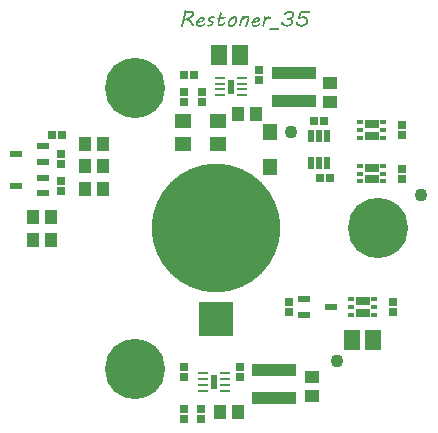
<source format=gbr>
G04 Layer_Color=8388736*
%FSLAX25Y25*%
%MOIN*%
%TF.FileFunction,Soldermask,Top*%
%TF.Part,Single*%
G01*
G75*
%ADD50R,0.11811X0.11811*%
%TA.AperFunction,SMDPad*%
%ADD51R,0.04461X0.04658*%
%TA.AperFunction,SMDPad*%
%ADD52R,0.02959X0.02762*%
%TA.AperFunction,SMDPad*%
%ADD53R,0.03937X0.01969*%
%TA.AperFunction,SMDPad*%
%ADD54R,0.02762X0.02959*%
%TA.AperFunction,SMDPad*%
%ADD55R,0.05721X0.04737*%
%TA.AperFunction,SMDPad*%
%ADD56R,0.04737X0.05721*%
%TA.AperFunction,SMDPad*%
%ADD57R,0.01969X0.03937*%
%TA.AperFunction,SMDPad*%
%ADD58R,0.02186X0.01614*%
%TA.AperFunction,SMDPad*%
%ADD59R,0.04567X0.02992*%
%TA.AperFunction,SMDPad*%
%ADD60R,0.05367X0.06587*%
%TA.AperFunction,SMDPad*%
%ADD61R,0.03228X0.01063*%
%TA.AperFunction,SMDPad*%
%ADD62R,0.02441X0.04803*%
%TA.AperFunction,SMDPad*%
%ADD63R,0.04658X0.04461*%
%TA.AperFunction,SMDPad*%
%ADD64R,0.14961X0.04252*%
%TA.AperFunction,ConnectorPad*%
%ADD65C,0.04331*%
%TA.AperFunction,ConnectorPad*%
%ADD66C,0.42913*%
%TA.AperFunction,ConnectorPad*%
%ADD67C,0.20079*%
G36*
X100109Y156681D02*
X100227Y156666D01*
X100345Y156637D01*
X100352D01*
X100374Y156629D01*
X100396Y156614D01*
X100433Y156600D01*
X100514Y156555D01*
X100596Y156496D01*
X100603Y156489D01*
X100610Y156482D01*
X100655Y156437D01*
X100699Y156371D01*
X100743Y156282D01*
Y156275D01*
X100751Y156260D01*
X100758Y156238D01*
X100773Y156209D01*
X100788Y156120D01*
X100795Y156017D01*
Y156009D01*
Y155994D01*
Y155972D01*
Y155943D01*
X100780Y155869D01*
X100765Y155788D01*
Y155780D01*
X100758Y155751D01*
X100743Y155714D01*
X100721Y155670D01*
X100699Y155611D01*
X100662Y155552D01*
X100625Y155493D01*
X100574Y155434D01*
X100566Y155426D01*
X100551Y155411D01*
X100522Y155382D01*
X100485Y155345D01*
X100441Y155301D01*
X100382Y155256D01*
X100256Y155168D01*
X100249Y155160D01*
X100227Y155153D01*
X100190Y155131D01*
X100138Y155102D01*
X100079Y155072D01*
X100013Y155042D01*
X99858Y154983D01*
X99850D01*
X99821Y154969D01*
X99777Y154954D01*
X99725Y154939D01*
X99658Y154917D01*
X99585Y154902D01*
X99422Y154858D01*
X99415D01*
X99385Y154850D01*
X99341Y154843D01*
X99289Y154828D01*
X99230Y154814D01*
X99157Y154799D01*
X99009Y154777D01*
X98980D01*
X98935Y154769D01*
X98891Y154762D01*
X98780Y154755D01*
X98662Y154740D01*
X98655Y154733D01*
X98647Y154696D01*
X98625Y154644D01*
X98603Y154578D01*
Y154570D01*
Y154563D01*
X98596Y154518D01*
X98588Y154459D01*
X98581Y154386D01*
Y154378D01*
Y154349D01*
X98588Y154312D01*
X98603Y154268D01*
X98618Y154216D01*
X98647Y154164D01*
X98692Y154113D01*
X98743Y154061D01*
X98751Y154053D01*
X98773Y154046D01*
X98810Y154024D01*
X98861Y154009D01*
X98928Y153987D01*
X99009Y153965D01*
X99098Y153958D01*
X99201Y153950D01*
X99260D01*
X99304Y153958D01*
X99408Y153965D01*
X99526Y153987D01*
X99533D01*
X99555Y153995D01*
X99585Y154002D01*
X99621Y154017D01*
X99710Y154046D01*
X99813Y154083D01*
X99821D01*
X99835Y154090D01*
X99865Y154105D01*
X99902Y154120D01*
X99983Y154164D01*
X100072Y154209D01*
X100079D01*
X100094Y154223D01*
X100116Y154238D01*
X100145Y154253D01*
X100219Y154297D01*
X100293Y154349D01*
X100301Y154356D01*
X100315Y154364D01*
X100345Y154378D01*
X100374Y154400D01*
X100455Y154452D01*
X100537Y154496D01*
X100544D01*
X100559Y154504D01*
X100581Y154518D01*
X100610Y154526D01*
X100677Y154548D01*
X100751Y154555D01*
X100765D01*
X100795Y154548D01*
X100832Y154541D01*
X100861Y154511D01*
X100869Y154504D01*
X100876Y154481D01*
X100883Y154452D01*
Y154415D01*
Y154408D01*
Y154400D01*
Y154356D01*
Y154341D01*
Y154319D01*
Y154312D01*
X100876Y154304D01*
X100869Y154260D01*
X100847Y154201D01*
X100810Y154127D01*
Y154120D01*
X100802Y154113D01*
X100773Y154076D01*
X100728Y154024D01*
X100670Y153972D01*
X100662D01*
X100655Y153958D01*
X100633Y153943D01*
X100603Y153928D01*
X100529Y153869D01*
X100433Y153810D01*
X100323Y153744D01*
X100190Y153670D01*
X100057Y153603D01*
X99909Y153552D01*
X99902D01*
X99895Y153544D01*
X99872D01*
X99843Y153537D01*
X99762Y153515D01*
X99658Y153493D01*
X99533Y153471D01*
X99393Y153456D01*
X99238Y153441D01*
X99075Y153434D01*
X99016D01*
X98950Y153441D01*
X98869Y153448D01*
X98847D01*
X98825Y153456D01*
X98795D01*
X98721Y153471D01*
X98633Y153485D01*
X98625D01*
X98611Y153493D01*
X98588D01*
X98551Y153507D01*
X98478Y153530D01*
X98382Y153566D01*
X98374D01*
X98360Y153581D01*
X98337Y153596D01*
X98308Y153611D01*
X98242Y153662D01*
X98168Y153729D01*
X98160Y153736D01*
X98153Y153751D01*
X98131Y153773D01*
X98116Y153803D01*
X98064Y153876D01*
X98013Y153980D01*
Y153987D01*
X98005Y154009D01*
X97998Y154039D01*
X97983Y154083D01*
X97976Y154135D01*
X97961Y154194D01*
X97954Y154260D01*
Y154334D01*
Y154341D01*
Y154364D01*
Y154400D01*
X97961Y154445D01*
Y154504D01*
X97976Y154563D01*
X97998Y154710D01*
X97991D01*
X97968Y154718D01*
X97939Y154733D01*
X97909Y154755D01*
X97902Y154762D01*
X97895Y154784D01*
X97880Y154828D01*
X97873Y154880D01*
Y154887D01*
Y154910D01*
X97880Y154932D01*
Y154969D01*
X97909Y155057D01*
X97924Y155102D01*
X97954Y155138D01*
X97961Y155146D01*
X97968Y155153D01*
X98013Y155197D01*
X98079Y155242D01*
X98123Y155264D01*
X98168Y155279D01*
Y155286D01*
X98175Y155293D01*
X98197Y155338D01*
X98242Y155404D01*
X98293Y155493D01*
X98300Y155500D01*
X98308Y155515D01*
X98323Y155544D01*
X98352Y155581D01*
X98411Y155670D01*
X98492Y155780D01*
X98500Y155788D01*
X98514Y155810D01*
X98544Y155840D01*
X98574Y155884D01*
X98662Y155980D01*
X98773Y156098D01*
X98780Y156105D01*
X98802Y156127D01*
X98832Y156157D01*
X98876Y156194D01*
X98920Y156238D01*
X98980Y156290D01*
X99112Y156393D01*
X99120Y156400D01*
X99149Y156415D01*
X99186Y156437D01*
X99238Y156467D01*
X99297Y156504D01*
X99363Y156541D01*
X99518Y156607D01*
X99526Y156614D01*
X99555Y156622D01*
X99599Y156637D01*
X99658Y156651D01*
X99732Y156666D01*
X99806Y156673D01*
X99895Y156688D01*
X100057D01*
X100109Y156681D01*
D02*
G37*
G36*
X76065Y158887D02*
X76116Y158880D01*
X76131D01*
X76168Y158873D01*
X76219Y158858D01*
X76271Y158843D01*
X76279D01*
X76286Y158836D01*
X76323Y158828D01*
X76375Y158814D01*
X76441Y158799D01*
X76456D01*
X76500Y158791D01*
X76552Y158784D01*
X76707D01*
X76758Y158791D01*
X76773D01*
X76803Y158799D01*
X76854D01*
X76913Y158806D01*
X76928D01*
X76972Y158814D01*
X77164D01*
X77201Y158821D01*
X77563D01*
X77659Y158814D01*
X77747D01*
X77836Y158799D01*
X77939Y158784D01*
X77947D01*
X77961Y158777D01*
X77991D01*
X78035Y158769D01*
X78124Y158747D01*
X78234Y158710D01*
X78242D01*
X78264Y158703D01*
X78293Y158695D01*
X78330Y158681D01*
X78419Y158636D01*
X78515Y158577D01*
X78522D01*
X78537Y158563D01*
X78559Y158548D01*
X78596Y158526D01*
X78670Y158459D01*
X78751Y158378D01*
X78758Y158371D01*
X78766Y158356D01*
X78788Y158334D01*
X78810Y158297D01*
X78832Y158253D01*
X78854Y158208D01*
X78899Y158090D01*
X78906Y158076D01*
X78913Y158039D01*
X78928Y157994D01*
X78935Y157935D01*
Y157928D01*
X78943Y157898D01*
Y157854D01*
Y157810D01*
Y157802D01*
Y157773D01*
X78935Y157729D01*
X78928Y157677D01*
X78913Y157611D01*
X78899Y157537D01*
X78869Y157463D01*
X78832Y157382D01*
X78825Y157375D01*
X78810Y157338D01*
X78780Y157293D01*
X78743Y157234D01*
X78692Y157160D01*
X78633Y157087D01*
X78566Y157006D01*
X78493Y156924D01*
X78485Y156917D01*
X78456Y156887D01*
X78411Y156851D01*
X78352Y156799D01*
X78279Y156740D01*
X78197Y156673D01*
X78101Y156600D01*
X77998Y156533D01*
X77991D01*
X77976Y156518D01*
X77954Y156504D01*
X77924Y156489D01*
X77843Y156437D01*
X77740Y156378D01*
X77732D01*
X77718Y156363D01*
X77688Y156349D01*
X77651Y156326D01*
X77555Y156282D01*
X77452Y156223D01*
X77445D01*
X77430Y156209D01*
X77400Y156194D01*
X77371Y156179D01*
X77290Y156135D01*
X77201Y156090D01*
X77194D01*
X77186Y156083D01*
X77142Y156053D01*
X77090Y156024D01*
X77046Y155994D01*
X77053D01*
X77068Y155987D01*
X77090Y155972D01*
X77127Y155957D01*
X77209Y155913D01*
X77297Y155869D01*
X77304D01*
X77319Y155854D01*
X77341Y155840D01*
X77378Y155825D01*
X77459Y155773D01*
X77548Y155707D01*
X77555Y155699D01*
X77570Y155692D01*
X77600Y155670D01*
X77629Y155648D01*
X77718Y155574D01*
X77814Y155485D01*
X77821Y155478D01*
X77836Y155463D01*
X77865Y155434D01*
X77902Y155397D01*
X77939Y155345D01*
X77991Y155293D01*
X78094Y155160D01*
X78101Y155153D01*
X78116Y155124D01*
X78146Y155087D01*
X78190Y155035D01*
X78234Y154961D01*
X78286Y154887D01*
X78338Y154799D01*
X78397Y154703D01*
X78404Y154688D01*
X78426Y154659D01*
X78456Y154600D01*
X78493Y154533D01*
X78544Y154437D01*
X78596Y154334D01*
X78662Y154216D01*
X78721Y154090D01*
X78729Y154076D01*
X78743Y154039D01*
X78751Y153980D01*
X78758Y153913D01*
Y153899D01*
Y153869D01*
X78743Y153817D01*
X78729Y153758D01*
X78721Y153744D01*
X78707Y153714D01*
X78685Y153670D01*
X78648Y153626D01*
X78640Y153618D01*
X78611Y153589D01*
X78574Y153559D01*
X78522Y153530D01*
X78507Y153522D01*
X78478Y153515D01*
X78434Y153507D01*
X78374Y153500D01*
X78352D01*
X78330Y153507D01*
X78301Y153515D01*
X78234Y153537D01*
X78197Y153559D01*
X78161Y153589D01*
Y153596D01*
X78146Y153603D01*
X78131Y153626D01*
X78109Y153655D01*
X78065Y153729D01*
X78005Y153825D01*
Y153832D01*
X77991Y153854D01*
X77976Y153884D01*
X77961Y153921D01*
X77939Y153972D01*
X77910Y154031D01*
X77851Y154164D01*
Y154172D01*
X77836Y154201D01*
X77821Y154238D01*
X77799Y154282D01*
X77769Y154341D01*
X77732Y154408D01*
X77651Y154548D01*
X77644Y154555D01*
X77629Y154585D01*
X77607Y154622D01*
X77570Y154673D01*
X77526Y154733D01*
X77482Y154799D01*
X77371Y154939D01*
X77363Y154946D01*
X77341Y154969D01*
X77312Y155006D01*
X77275Y155050D01*
X77223Y155102D01*
X77164Y155160D01*
X77039Y155264D01*
X77031Y155271D01*
X77009Y155286D01*
X76972Y155308D01*
X76928Y155338D01*
X76876Y155375D01*
X76810Y155411D01*
X76677Y155478D01*
X76670Y155485D01*
X76648Y155493D01*
X76611Y155507D01*
X76559Y155522D01*
X76507Y155537D01*
X76441Y155544D01*
X76375Y155559D01*
X76183D01*
X76116Y155552D01*
X76050Y155537D01*
X76035D01*
X75998Y155529D01*
X75939Y155522D01*
X75880Y155507D01*
X75873D01*
X75865Y155515D01*
X75821Y155537D01*
X75762Y155574D01*
X75718Y155633D01*
Y155640D01*
X75710Y155648D01*
X75696Y155692D01*
X75681Y155758D01*
X75673Y155840D01*
Y155884D01*
X75386Y154762D01*
Y154755D01*
X75378Y154718D01*
X75363Y154673D01*
X75341Y154607D01*
Y154600D01*
X75334Y154592D01*
X75327Y154548D01*
X75304Y154489D01*
X75282Y154408D01*
Y154400D01*
X75275Y154386D01*
Y154364D01*
X75260Y154334D01*
X75245Y154260D01*
X75216Y154172D01*
Y154164D01*
X75208Y154149D01*
Y154127D01*
X75201Y154098D01*
X75179Y154024D01*
X75157Y153943D01*
Y153935D01*
X75149Y153928D01*
X75142Y153884D01*
X75120Y153817D01*
X75105Y153751D01*
Y153736D01*
X75090Y153707D01*
X75083Y153662D01*
X75068Y153626D01*
X75061Y153611D01*
X75031Y153574D01*
X74987Y153530D01*
X74935Y153493D01*
X74921Y153485D01*
X74891Y153471D01*
X74840Y153448D01*
X74773Y153441D01*
X74751D01*
X74721Y153448D01*
X74692Y153456D01*
X74618Y153478D01*
X74589Y153500D01*
X74559Y153530D01*
Y153537D01*
X74552Y153544D01*
X74529Y153589D01*
X74507Y153655D01*
X74500Y153744D01*
Y153751D01*
Y153773D01*
Y153810D01*
Y153847D01*
Y153854D01*
X74507Y153876D01*
X74515Y153913D01*
X74522Y153950D01*
Y153958D01*
X74529Y153987D01*
X74544Y154031D01*
X74559Y154090D01*
X74574Y154164D01*
X74596Y154253D01*
X74625Y154349D01*
X74655Y154459D01*
X74685Y154578D01*
X74714Y154703D01*
X74788Y154976D01*
X74862Y155271D01*
X74943Y155566D01*
Y155574D01*
X74950Y155603D01*
X74965Y155648D01*
X74980Y155707D01*
X75002Y155773D01*
X75024Y155862D01*
X75046Y155957D01*
X75076Y156068D01*
X75112Y156186D01*
X75142Y156312D01*
X75216Y156585D01*
X75290Y156880D01*
X75363Y157183D01*
Y157190D01*
X75371Y157205D01*
Y157220D01*
X75378Y157249D01*
X75400Y157316D01*
X75415Y157389D01*
Y157397D01*
X75423Y157404D01*
X75430Y157448D01*
X75445Y157507D01*
X75459Y157581D01*
Y157589D01*
X75467Y157596D01*
X75474Y157640D01*
X75481Y157699D01*
X75496Y157773D01*
Y157780D01*
Y157788D01*
X75504Y157810D01*
Y157839D01*
X75511Y157906D01*
Y157987D01*
Y157994D01*
Y158002D01*
Y158039D01*
X75504Y158083D01*
X75496Y158135D01*
Y158149D01*
Y158179D01*
X75489Y158231D01*
Y158290D01*
Y158297D01*
Y158304D01*
Y158341D01*
X75496Y158393D01*
X75511Y158459D01*
Y158467D01*
X75518Y158496D01*
X75533Y158533D01*
X75548Y158585D01*
X75592Y158688D01*
X75622Y158740D01*
X75659Y158784D01*
X75666Y158791D01*
X75681Y158799D01*
X75703Y158821D01*
X75732Y158843D01*
X75777Y158858D01*
X75828Y158880D01*
X75895Y158887D01*
X75961Y158895D01*
X76013D01*
X76065Y158887D01*
D02*
G37*
G36*
X87703Y158201D02*
X87754Y158194D01*
X87806Y158164D01*
X87821Y158157D01*
X87850Y158135D01*
X87887Y158105D01*
X87917Y158061D01*
X87924Y158054D01*
X87939Y158024D01*
X87961Y157980D01*
X87983Y157921D01*
X87991Y157906D01*
X87998Y157869D01*
X88005Y157817D01*
Y157751D01*
Y157744D01*
Y157736D01*
Y157699D01*
X87998Y157648D01*
X87991Y157596D01*
X87725Y156592D01*
X87732D01*
X87754Y156600D01*
X87791Y156607D01*
X87843Y156614D01*
X87946Y156629D01*
X88064Y156651D01*
X88072D01*
X88094Y156659D01*
X88124Y156666D01*
X88160Y156673D01*
X88264Y156688D01*
X88374Y156710D01*
X88382D01*
X88404Y156718D01*
X88433Y156725D01*
X88470Y156732D01*
X88559Y156747D01*
X88655Y156769D01*
X88662D01*
X88677Y156777D01*
X88699D01*
X88729Y156784D01*
X88795Y156799D01*
X88862Y156814D01*
X88869D01*
X88876Y156821D01*
X88913Y156828D01*
X88965Y156836D01*
X89009Y156851D01*
X89016D01*
X89046Y156858D01*
X89075Y156865D01*
X89142D01*
X89179Y156858D01*
X89223Y156851D01*
X89231D01*
X89260Y156843D01*
X89289Y156836D01*
X89326Y156821D01*
X89334D01*
X89356Y156806D01*
X89378Y156791D01*
X89400Y156762D01*
X89408Y156755D01*
X89415Y156732D01*
X89422Y156703D01*
X89430Y156659D01*
Y156651D01*
Y156644D01*
X89422Y156607D01*
X89415Y156555D01*
X89393Y156504D01*
X89385Y156496D01*
X89371Y156467D01*
X89341Y156430D01*
X89304Y156393D01*
X89297Y156386D01*
X89267Y156363D01*
X89231Y156334D01*
X89179Y156312D01*
X89164Y156304D01*
X89135Y156297D01*
X89098Y156282D01*
X89046Y156267D01*
X89039D01*
X89009Y156260D01*
X88957Y156253D01*
X88898Y156238D01*
X88884D01*
X88839Y156223D01*
X88780Y156209D01*
X88699Y156186D01*
X88677D01*
X88655Y156179D01*
X88633Y156172D01*
X88559Y156157D01*
X88470Y156135D01*
X88463D01*
X88448Y156127D01*
X88426D01*
X88397Y156120D01*
X88323Y156098D01*
X88242Y156083D01*
X88234D01*
X88212Y156076D01*
X88182Y156068D01*
X88146Y156061D01*
X88057Y156031D01*
X87961Y156009D01*
X87954D01*
X87939Y156002D01*
X87917D01*
X87895Y155994D01*
X87828Y155980D01*
X87762Y155965D01*
X87747D01*
X87718Y155957D01*
X87673Y155950D01*
X87629Y155943D01*
X87599D01*
X87570Y155935D01*
X87548D01*
Y155928D01*
X87533Y155898D01*
X87518Y155862D01*
X87504Y155810D01*
X87481Y155751D01*
X87467Y155684D01*
X87422Y155537D01*
Y155529D01*
X87415Y155500D01*
X87408Y155463D01*
X87393Y155419D01*
X87385Y155360D01*
X87371Y155301D01*
X87341Y155168D01*
Y155160D01*
X87334Y155138D01*
Y155109D01*
X87326Y155065D01*
X87304Y154969D01*
X87290Y154865D01*
Y154858D01*
Y154843D01*
X87282Y154821D01*
Y154791D01*
X87275Y154725D01*
Y154659D01*
Y154651D01*
Y154644D01*
Y154600D01*
X87282Y154541D01*
X87290Y154474D01*
Y154467D01*
X87297Y154459D01*
X87304Y154422D01*
X87326Y154371D01*
X87356Y154319D01*
X87363Y154312D01*
X87385Y154282D01*
X87422Y154245D01*
X87474Y154216D01*
X87489Y154209D01*
X87526Y154201D01*
X87585Y154186D01*
X87659Y154179D01*
X87688D01*
X87725Y154186D01*
X87777Y154194D01*
X87828Y154201D01*
X87895Y154223D01*
X87961Y154245D01*
X88028Y154282D01*
X88035Y154290D01*
X88057Y154304D01*
X88094Y154327D01*
X88138Y154356D01*
X88190Y154393D01*
X88249Y154437D01*
X88374Y154541D01*
X88382Y154548D01*
X88404Y154570D01*
X88433Y154600D01*
X88478Y154644D01*
X88529Y154696D01*
X88581Y154762D01*
X88692Y154895D01*
X88699Y154902D01*
X88714Y154924D01*
X88743Y154961D01*
X88780Y155013D01*
X88825Y155065D01*
X88869Y155131D01*
X88965Y155256D01*
X88972Y155264D01*
X88994Y155293D01*
X89031Y155315D01*
X89075Y155323D01*
X89090D01*
X89127Y155315D01*
X89135D01*
X89149Y155308D01*
X89186Y155286D01*
X89194D01*
X89201Y155279D01*
X89231Y155242D01*
X89238Y155234D01*
X89245Y155219D01*
X89253Y155205D01*
Y155175D01*
Y155168D01*
Y155160D01*
Y155131D01*
Y155124D01*
X89245Y155094D01*
X89231Y155050D01*
X89208Y154991D01*
X89186Y154924D01*
X89157Y154850D01*
X89075Y154681D01*
X89068Y154673D01*
X89053Y154644D01*
X89031Y154600D01*
X89002Y154541D01*
X88965Y154474D01*
X88920Y154400D01*
X88832Y154238D01*
X88825Y154223D01*
X88802Y154186D01*
X88766Y154142D01*
X88714Y154083D01*
X88699Y154068D01*
X88670Y154039D01*
X88625Y153987D01*
X88566Y153935D01*
X88551Y153921D01*
X88515Y153891D01*
X88456Y153854D01*
X88389Y153803D01*
X88382D01*
X88374Y153795D01*
X88337Y153766D01*
X88286Y153729D01*
X88227Y153692D01*
X88219D01*
X88205Y153677D01*
X88175Y153662D01*
X88138Y153648D01*
X88094Y153626D01*
X88042Y153611D01*
X87924Y153574D01*
X87917D01*
X87895Y153566D01*
X87865D01*
X87828Y153559D01*
X87725Y153552D01*
X87614Y153544D01*
X87577D01*
X87533Y153552D01*
X87474D01*
X87415Y153566D01*
X87341Y153581D01*
X87275Y153596D01*
X87201Y153626D01*
X87194Y153633D01*
X87172Y153640D01*
X87142Y153662D01*
X87098Y153684D01*
X87002Y153758D01*
X86898Y153854D01*
X86891Y153862D01*
X86876Y153884D01*
X86854Y153913D01*
X86825Y153950D01*
X86795Y154002D01*
X86766Y154061D01*
X86707Y154194D01*
Y154201D01*
X86699Y154231D01*
X86692Y154268D01*
X86677Y154319D01*
X86670Y154378D01*
X86655Y154452D01*
X86647Y154607D01*
Y154622D01*
Y154659D01*
X86655Y154718D01*
Y154799D01*
X86662Y154895D01*
X86677Y154998D01*
X86692Y155116D01*
X86714Y155234D01*
Y155242D01*
Y155249D01*
X86729Y155293D01*
X86736Y155352D01*
X86758Y155434D01*
X86780Y155529D01*
X86803Y155633D01*
X86854Y155854D01*
X86839D01*
X86795Y155862D01*
X86736Y155869D01*
X86670Y155884D01*
X86662D01*
X86655Y155891D01*
X86611Y155898D01*
X86551Y155921D01*
X86493Y155950D01*
X86478Y155957D01*
X86448Y155980D01*
X86404Y156009D01*
X86360Y156053D01*
X86352Y156068D01*
X86338Y156098D01*
X86323Y156142D01*
X86315Y156201D01*
Y156209D01*
Y156223D01*
X86323Y156245D01*
X86330Y156282D01*
Y156290D01*
X86338Y156312D01*
X86352Y156341D01*
X86367Y156378D01*
X86374Y156386D01*
X86389Y156408D01*
X86411Y156437D01*
X86441Y156459D01*
X86448Y156467D01*
X86470Y156482D01*
X86500Y156489D01*
X86537Y156496D01*
X87024D01*
X87053Y156504D01*
X87083Y156518D01*
X87105Y156555D01*
X87112Y156563D01*
X87120Y156592D01*
X87135Y156629D01*
X87149Y156673D01*
Y156681D01*
X87157Y156710D01*
X87164Y156747D01*
X87179Y156799D01*
X87201Y156910D01*
X87230Y157028D01*
Y157035D01*
X87238Y157057D01*
X87245Y157079D01*
X87260Y157116D01*
X87282Y157205D01*
X87304Y157286D01*
Y157293D01*
X87312Y157308D01*
X87319Y157352D01*
X87334Y157404D01*
X87349Y157463D01*
Y157478D01*
X87356Y157500D01*
X87363Y157537D01*
Y157566D01*
Y157574D01*
Y157596D01*
X87356Y157655D01*
Y157662D01*
Y157685D01*
Y157721D01*
Y157773D01*
Y157810D01*
Y157817D01*
Y157832D01*
Y157854D01*
X87363Y157884D01*
Y157891D01*
X87371Y157921D01*
X87385Y157965D01*
X87400Y158017D01*
X87408Y158031D01*
X87415Y158061D01*
X87445Y158105D01*
X87474Y158149D01*
X87489Y158157D01*
X87518Y158179D01*
X87570Y158201D01*
X87644Y158208D01*
X87659D01*
X87703Y158201D01*
D02*
G37*
G36*
X81666Y156681D02*
X81784Y156666D01*
X81902Y156637D01*
X81910D01*
X81932Y156629D01*
X81954Y156614D01*
X81991Y156600D01*
X82072Y156555D01*
X82153Y156496D01*
X82160Y156489D01*
X82168Y156482D01*
X82212Y156437D01*
X82256Y156371D01*
X82301Y156282D01*
Y156275D01*
X82308Y156260D01*
X82315Y156238D01*
X82330Y156209D01*
X82345Y156120D01*
X82352Y156017D01*
Y156009D01*
Y155994D01*
Y155972D01*
Y155943D01*
X82338Y155869D01*
X82323Y155788D01*
Y155780D01*
X82315Y155751D01*
X82301Y155714D01*
X82279Y155670D01*
X82256Y155611D01*
X82219Y155552D01*
X82183Y155493D01*
X82131Y155434D01*
X82124Y155426D01*
X82109Y155411D01*
X82079Y155382D01*
X82042Y155345D01*
X81998Y155301D01*
X81939Y155256D01*
X81814Y155168D01*
X81806Y155160D01*
X81784Y155153D01*
X81747Y155131D01*
X81695Y155102D01*
X81637Y155072D01*
X81570Y155042D01*
X81415Y154983D01*
X81408D01*
X81378Y154969D01*
X81334Y154954D01*
X81282Y154939D01*
X81216Y154917D01*
X81142Y154902D01*
X80980Y154858D01*
X80972D01*
X80943Y154850D01*
X80898Y154843D01*
X80847Y154828D01*
X80788Y154814D01*
X80714Y154799D01*
X80566Y154777D01*
X80537D01*
X80493Y154769D01*
X80448Y154762D01*
X80338Y154755D01*
X80220Y154740D01*
X80212Y154733D01*
X80205Y154696D01*
X80183Y154644D01*
X80160Y154578D01*
Y154570D01*
Y154563D01*
X80153Y154518D01*
X80146Y154459D01*
X80138Y154386D01*
Y154378D01*
Y154349D01*
X80146Y154312D01*
X80160Y154268D01*
X80175Y154216D01*
X80205Y154164D01*
X80249Y154113D01*
X80301Y154061D01*
X80308Y154053D01*
X80330Y154046D01*
X80367Y154024D01*
X80419Y154009D01*
X80485Y153987D01*
X80566Y153965D01*
X80655Y153958D01*
X80758Y153950D01*
X80817D01*
X80862Y153958D01*
X80965Y153965D01*
X81083Y153987D01*
X81090D01*
X81112Y153995D01*
X81142Y154002D01*
X81179Y154017D01*
X81267Y154046D01*
X81371Y154083D01*
X81378D01*
X81393Y154090D01*
X81422Y154105D01*
X81459Y154120D01*
X81541Y154164D01*
X81629Y154209D01*
X81637D01*
X81651Y154223D01*
X81673Y154238D01*
X81703Y154253D01*
X81777Y154297D01*
X81850Y154349D01*
X81858Y154356D01*
X81873Y154364D01*
X81902Y154378D01*
X81932Y154400D01*
X82013Y154452D01*
X82094Y154496D01*
X82101D01*
X82116Y154504D01*
X82138Y154518D01*
X82168Y154526D01*
X82234Y154548D01*
X82308Y154555D01*
X82323D01*
X82352Y154548D01*
X82389Y154541D01*
X82419Y154511D01*
X82426Y154504D01*
X82433Y154481D01*
X82441Y154452D01*
Y154415D01*
Y154408D01*
Y154400D01*
Y154356D01*
Y154341D01*
Y154319D01*
Y154312D01*
X82433Y154304D01*
X82426Y154260D01*
X82404Y154201D01*
X82367Y154127D01*
Y154120D01*
X82360Y154113D01*
X82330Y154076D01*
X82286Y154024D01*
X82227Y153972D01*
X82219D01*
X82212Y153958D01*
X82190Y153943D01*
X82160Y153928D01*
X82087Y153869D01*
X81991Y153810D01*
X81880Y153744D01*
X81747Y153670D01*
X81614Y153603D01*
X81467Y153552D01*
X81459D01*
X81452Y153544D01*
X81430D01*
X81400Y153537D01*
X81319Y153515D01*
X81216Y153493D01*
X81090Y153471D01*
X80950Y153456D01*
X80795Y153441D01*
X80633Y153434D01*
X80574D01*
X80507Y153441D01*
X80426Y153448D01*
X80404D01*
X80382Y153456D01*
X80352D01*
X80278Y153471D01*
X80190Y153485D01*
X80183D01*
X80168Y153493D01*
X80146D01*
X80109Y153507D01*
X80035Y153530D01*
X79939Y153566D01*
X79932D01*
X79917Y153581D01*
X79895Y153596D01*
X79865Y153611D01*
X79799Y153662D01*
X79725Y153729D01*
X79718Y153736D01*
X79710Y153751D01*
X79688Y153773D01*
X79673Y153803D01*
X79622Y153876D01*
X79570Y153980D01*
Y153987D01*
X79563Y154009D01*
X79555Y154039D01*
X79540Y154083D01*
X79533Y154135D01*
X79518Y154194D01*
X79511Y154260D01*
Y154334D01*
Y154341D01*
Y154364D01*
Y154400D01*
X79518Y154445D01*
Y154504D01*
X79533Y154563D01*
X79555Y154710D01*
X79548D01*
X79526Y154718D01*
X79496Y154733D01*
X79467Y154755D01*
X79459Y154762D01*
X79452Y154784D01*
X79437Y154828D01*
X79430Y154880D01*
Y154887D01*
Y154910D01*
X79437Y154932D01*
Y154969D01*
X79467Y155057D01*
X79482Y155102D01*
X79511Y155138D01*
X79518Y155146D01*
X79526Y155153D01*
X79570Y155197D01*
X79637Y155242D01*
X79681Y155264D01*
X79725Y155279D01*
Y155286D01*
X79732Y155293D01*
X79755Y155338D01*
X79799Y155404D01*
X79851Y155493D01*
X79858Y155500D01*
X79865Y155515D01*
X79880Y155544D01*
X79909Y155581D01*
X79969Y155670D01*
X80050Y155780D01*
X80057Y155788D01*
X80072Y155810D01*
X80101Y155840D01*
X80131Y155884D01*
X80220Y155980D01*
X80330Y156098D01*
X80338Y156105D01*
X80360Y156127D01*
X80389Y156157D01*
X80433Y156194D01*
X80478Y156238D01*
X80537Y156290D01*
X80670Y156393D01*
X80677Y156400D01*
X80707Y156415D01*
X80743Y156437D01*
X80795Y156467D01*
X80854Y156504D01*
X80921Y156541D01*
X81076Y156607D01*
X81083Y156614D01*
X81112Y156622D01*
X81157Y156637D01*
X81216Y156651D01*
X81290Y156666D01*
X81363Y156673D01*
X81452Y156688D01*
X81614D01*
X81666Y156681D01*
D02*
G37*
G36*
X107193Y152880D02*
X107230Y152865D01*
X107267Y152836D01*
X107275Y152828D01*
X107289Y152799D01*
X107304Y152755D01*
X107311Y152703D01*
Y152696D01*
Y152666D01*
X107304Y152622D01*
X107289Y152577D01*
Y152570D01*
X107275Y152541D01*
X107260Y152496D01*
X107230Y152459D01*
X107223Y152452D01*
X107208Y152422D01*
X107179Y152393D01*
X107142Y152364D01*
X107134Y152356D01*
X107112Y152349D01*
X107075Y152334D01*
X107031Y152327D01*
X106544D01*
X106419Y152319D01*
X106286D01*
X106145Y152312D01*
X106079D01*
X106005Y152304D01*
X105917D01*
X105799Y152297D01*
X105673D01*
X105533Y152290D01*
X105171D01*
X105068Y152297D01*
X104943D01*
X104817Y152304D01*
X104684Y152312D01*
X104625D01*
X104551Y152319D01*
X104352D01*
X104234Y152327D01*
X103954D01*
X103924Y152334D01*
X103880Y152356D01*
X103843Y152393D01*
X103835Y152408D01*
X103821Y152437D01*
X103806Y152489D01*
X103799Y152548D01*
Y152555D01*
Y152585D01*
X103806Y152622D01*
X103821Y152666D01*
X103828Y152673D01*
X103835Y152703D01*
X103858Y152740D01*
X103887Y152777D01*
X103894Y152784D01*
X103917Y152806D01*
X103946Y152836D01*
X103990Y152858D01*
X104005Y152865D01*
X104035Y152873D01*
X104086Y152880D01*
X104153Y152887D01*
X104382D01*
X104470Y152880D01*
X104662Y152873D01*
X104706D01*
X104765Y152865D01*
X104839D01*
X104928Y152858D01*
X105024D01*
X105134Y152851D01*
X105954D01*
X106050Y152858D01*
X106101D01*
X106138Y152865D01*
X106234D01*
X106330Y152873D01*
X106500D01*
X106596Y152880D01*
X106640D01*
X106669Y152887D01*
X107164D01*
X107193Y152880D01*
D02*
G37*
G36*
X92396Y157020D02*
X92463Y157013D01*
X92537Y156991D01*
X92618Y156969D01*
X92699Y156932D01*
X92773Y156887D01*
X92780Y156880D01*
X92802Y156865D01*
X92839Y156828D01*
X92884Y156784D01*
X92935Y156732D01*
X92987Y156666D01*
X93039Y156592D01*
X93083Y156504D01*
X93090Y156489D01*
X93112Y156452D01*
X93134Y156408D01*
X93157Y156349D01*
X93164Y156334D01*
X93179Y156304D01*
X93201Y156253D01*
X93216Y156186D01*
X93223Y156172D01*
X93230Y156135D01*
X93238Y156076D01*
X93253Y156009D01*
Y156002D01*
Y155994D01*
X93260Y155972D01*
Y155943D01*
X93267Y155876D01*
Y155788D01*
Y155773D01*
Y155736D01*
X93260Y155684D01*
Y155611D01*
X93245Y155522D01*
X93230Y155426D01*
X93208Y155323D01*
X93179Y155212D01*
X93171Y155197D01*
X93164Y155160D01*
X93142Y155102D01*
X93112Y155028D01*
X93076Y154939D01*
X93031Y154843D01*
X92980Y154740D01*
X92921Y154637D01*
X92913Y154622D01*
X92891Y154592D01*
X92854Y154533D01*
X92810Y154467D01*
X92751Y154386D01*
X92684Y154297D01*
X92611Y154201D01*
X92522Y154105D01*
X92515Y154098D01*
X92485Y154061D01*
X92433Y154017D01*
X92374Y153958D01*
X92293Y153884D01*
X92205Y153810D01*
X92109Y153729D01*
X92005Y153648D01*
X91998Y153640D01*
X91969Y153626D01*
X91932Y153596D01*
X91880Y153566D01*
X91813Y153537D01*
X91747Y153500D01*
X91666Y153463D01*
X91577Y153434D01*
X91570D01*
X91533Y153419D01*
X91489Y153411D01*
X91422Y153397D01*
X91348Y153382D01*
X91260Y153375D01*
X91157Y153360D01*
X91009D01*
X90957Y153367D01*
X90891D01*
X90817Y153375D01*
X90736Y153389D01*
X90574Y153434D01*
X90566D01*
X90544Y153448D01*
X90507Y153463D01*
X90456Y153485D01*
X90352Y153544D01*
X90241Y153633D01*
X90234Y153640D01*
X90219Y153655D01*
X90197Y153684D01*
X90168Y153729D01*
X90138Y153773D01*
X90101Y153832D01*
X90042Y153958D01*
Y153965D01*
X90035Y153995D01*
X90020Y154031D01*
X90013Y154083D01*
X89998Y154149D01*
X89983Y154216D01*
X89976Y154297D01*
Y154386D01*
Y154393D01*
Y154422D01*
Y154467D01*
X89983Y154526D01*
X89991Y154600D01*
X89998Y154681D01*
X90013Y154769D01*
X90035Y154865D01*
Y154873D01*
X90050Y154902D01*
X90057Y154946D01*
X90079Y155006D01*
X90101Y155079D01*
X90131Y155153D01*
X90205Y155330D01*
X90212Y155345D01*
X90227Y155375D01*
X90249Y155419D01*
X90286Y155485D01*
X90323Y155559D01*
X90374Y155640D01*
X90433Y155729D01*
X90500Y155825D01*
X90507Y155840D01*
X90529Y155869D01*
X90574Y155913D01*
X90625Y155980D01*
X90684Y156053D01*
X90758Y156135D01*
X90847Y156223D01*
X90935Y156312D01*
X90950Y156326D01*
X90979Y156356D01*
X91039Y156400D01*
X91105Y156459D01*
X91194Y156526D01*
X91297Y156607D01*
X91408Y156681D01*
X91533Y156762D01*
X91540Y156769D01*
X91570Y156784D01*
X91622Y156806D01*
X91695Y156836D01*
X91703D01*
X91717Y156843D01*
X91740Y156851D01*
X91769Y156858D01*
X91836Y156873D01*
X91924Y156880D01*
X91932Y156887D01*
X91954Y156902D01*
X91983Y156924D01*
X92027Y156954D01*
X92079Y156983D01*
X92146Y157006D01*
X92219Y157020D01*
X92301Y157028D01*
X92345D01*
X92396Y157020D01*
D02*
G37*
G36*
X95186Y157064D02*
X95260Y157050D01*
X95334Y157013D01*
X95341D01*
X95349Y157006D01*
X95378Y156969D01*
X95407Y156917D01*
X95422Y156880D01*
Y156836D01*
Y156828D01*
Y156821D01*
X95415Y156799D01*
Y156791D01*
X95407Y156784D01*
X95393Y156740D01*
X95230Y156363D01*
X95238Y156371D01*
X95260Y156386D01*
X95289Y156408D01*
X95326Y156437D01*
X95378Y156474D01*
X95430Y156511D01*
X95548Y156600D01*
X95555Y156607D01*
X95577Y156622D01*
X95607Y156644D01*
X95651Y156673D01*
X95703Y156703D01*
X95754Y156740D01*
X95880Y156814D01*
X95887Y156821D01*
X95909Y156828D01*
X95946Y156851D01*
X95983Y156873D01*
X96035Y156895D01*
X96094Y156917D01*
X96219Y156969D01*
X96227D01*
X96249Y156976D01*
X96286Y156991D01*
X96330Y156998D01*
X96382Y157013D01*
X96441Y157020D01*
X96566Y157028D01*
X96625D01*
X96684Y157020D01*
X96766Y157006D01*
X96854Y156983D01*
X96943Y156947D01*
X97024Y156902D01*
X97105Y156843D01*
X97112Y156836D01*
X97135Y156806D01*
X97164Y156762D01*
X97201Y156703D01*
X97238Y156622D01*
X97267Y156526D01*
X97289Y156408D01*
X97297Y156275D01*
Y156267D01*
Y156238D01*
X97289Y156186D01*
Y156127D01*
X97275Y156053D01*
X97260Y155965D01*
X97245Y155869D01*
X97216Y155766D01*
Y155751D01*
X97201Y155714D01*
X97186Y155662D01*
X97164Y155588D01*
X97135Y155493D01*
X97105Y155389D01*
X97068Y155279D01*
X97024Y155160D01*
X97016Y155146D01*
X97002Y155102D01*
X96979Y155042D01*
X96950Y154954D01*
X96913Y154850D01*
X96869Y154740D01*
X96825Y154614D01*
X96773Y154481D01*
Y154474D01*
X96766Y154467D01*
X96751Y154422D01*
X96729Y154349D01*
X96692Y154260D01*
X96655Y154149D01*
X96618Y154024D01*
X96574Y153899D01*
X96529Y153758D01*
Y153751D01*
X96522Y153744D01*
X96507Y153699D01*
X96485Y153640D01*
X96456Y153589D01*
X96448Y153581D01*
X96433Y153552D01*
X96411Y153515D01*
X96382Y153485D01*
X96374Y153478D01*
X96352Y153463D01*
X96315Y153448D01*
X96271Y153434D01*
X96264D01*
X96234Y153426D01*
X96182Y153419D01*
X96123Y153411D01*
X96079D01*
X96050Y153419D01*
X95983Y153434D01*
X95946Y153448D01*
X95924Y153463D01*
X95917Y153471D01*
X95902Y153500D01*
X95880Y153544D01*
X95872Y153618D01*
Y153626D01*
Y153640D01*
Y153655D01*
X95880Y153684D01*
X95887Y153766D01*
X95902Y153862D01*
Y153869D01*
X95909Y153891D01*
X95917Y153921D01*
X95924Y153958D01*
X95932Y154002D01*
X95946Y154061D01*
X95983Y154179D01*
Y154186D01*
X95991Y154209D01*
X96005Y154245D01*
X96020Y154290D01*
X96042Y154349D01*
X96064Y154415D01*
X96116Y154555D01*
Y154563D01*
X96131Y154592D01*
X96145Y154629D01*
X96168Y154681D01*
X96190Y154740D01*
X96219Y154806D01*
X96278Y154954D01*
Y154961D01*
X96293Y154983D01*
X96301Y155013D01*
X96323Y155057D01*
X96337Y155109D01*
X96360Y155168D01*
X96411Y155286D01*
Y155293D01*
X96426Y155315D01*
X96433Y155345D01*
X96448Y155389D01*
X96492Y155485D01*
X96529Y155603D01*
Y155611D01*
X96537Y155633D01*
X96544Y155662D01*
X96559Y155699D01*
X96588Y155795D01*
X96610Y155898D01*
Y155906D01*
X96618Y155921D01*
X96625Y155950D01*
X96633Y155987D01*
X96640Y156068D01*
X96647Y156157D01*
Y156164D01*
Y156179D01*
X96640Y156223D01*
X96625Y156282D01*
X96596Y156349D01*
Y156356D01*
X96588Y156363D01*
X96559Y156393D01*
X96500Y156422D01*
X96463Y156437D01*
X96374D01*
X96337Y156430D01*
X96249Y156415D01*
X96145Y156378D01*
X96138D01*
X96123Y156371D01*
X96094Y156356D01*
X96057Y156334D01*
X95961Y156282D01*
X95850Y156216D01*
X95843Y156209D01*
X95821Y156201D01*
X95791Y156179D01*
X95754Y156149D01*
X95703Y156113D01*
X95651Y156076D01*
X95533Y155987D01*
X95526Y155980D01*
X95503Y155965D01*
X95474Y155943D01*
X95437Y155906D01*
X95334Y155825D01*
X95223Y155729D01*
X95208Y155714D01*
X95179Y155684D01*
X95127Y155640D01*
X95075Y155596D01*
X95061Y155588D01*
X95031Y155566D01*
X94987Y155537D01*
X94935Y155515D01*
X94928Y155500D01*
X94906Y155456D01*
X94869Y155389D01*
X94824Y155301D01*
Y155293D01*
X94817Y155279D01*
X94802Y155249D01*
X94795Y155212D01*
X94773Y155168D01*
X94758Y155124D01*
X94714Y155006D01*
Y154998D01*
X94706Y154976D01*
X94692Y154946D01*
X94684Y154910D01*
X94670Y154858D01*
X94647Y154806D01*
X94611Y154681D01*
Y154673D01*
X94603Y154651D01*
X94596Y154622D01*
X94588Y154585D01*
X94559Y154481D01*
X94537Y154371D01*
Y154356D01*
X94522Y154327D01*
X94515Y154275D01*
X94500Y154223D01*
Y154209D01*
X94492Y154179D01*
X94485Y154135D01*
X94478Y154076D01*
Y154061D01*
X94470Y154024D01*
X94463Y153965D01*
X94448Y153899D01*
Y153891D01*
Y153884D01*
X94433Y153840D01*
X94419Y153773D01*
X94397Y153692D01*
Y153684D01*
X94382Y153655D01*
X94367Y153618D01*
X94337Y153581D01*
X94330Y153574D01*
X94315Y153559D01*
X94286Y153544D01*
X94256Y153522D01*
X94249D01*
X94234Y153515D01*
X94205Y153507D01*
X94175Y153500D01*
X94072D01*
X94042Y153507D01*
X93968Y153522D01*
X93895Y153559D01*
X93880Y153574D01*
X93865Y153589D01*
X93850Y153611D01*
X93836Y153648D01*
X93821Y153684D01*
X93814Y153736D01*
X93806Y153803D01*
Y153810D01*
Y153832D01*
Y153869D01*
Y153906D01*
Y153913D01*
X93814Y153943D01*
X93821Y153987D01*
X93836Y154031D01*
Y154039D01*
Y154046D01*
X93850Y154090D01*
X93865Y154157D01*
X93880Y154238D01*
X93902Y154334D01*
X93932Y154430D01*
X93983Y154644D01*
Y154659D01*
X93998Y154688D01*
X94013Y154740D01*
X94028Y154806D01*
X94050Y154887D01*
X94079Y154969D01*
X94131Y155146D01*
X94138Y155153D01*
X94146Y155183D01*
X94160Y155234D01*
X94182Y155293D01*
X94205Y155360D01*
X94234Y155434D01*
X94286Y155588D01*
Y155596D01*
X94301Y155625D01*
X94315Y155662D01*
X94330Y155721D01*
X94360Y155780D01*
X94382Y155847D01*
X94441Y156002D01*
X94448Y156009D01*
X94455Y156039D01*
X94470Y156083D01*
X94492Y156135D01*
X94515Y156201D01*
X94544Y156275D01*
X94611Y156437D01*
X94618Y156445D01*
X94625Y156474D01*
X94647Y156518D01*
X94670Y156585D01*
X94699Y156659D01*
X94729Y156740D01*
X94766Y156836D01*
X94802Y156932D01*
X94810Y156939D01*
X94824Y156969D01*
X94861Y156998D01*
X94913Y157028D01*
X94920D01*
X94928Y157035D01*
X94972Y157050D01*
X95031Y157064D01*
X95105Y157072D01*
X95157D01*
X95186Y157064D01*
D02*
G37*
G36*
X117289Y158710D02*
X117348Y158695D01*
X117407Y158666D01*
X117415Y158659D01*
X117444Y158629D01*
X117452Y158600D01*
X117466Y158570D01*
X117474Y158526D01*
Y158474D01*
Y158467D01*
Y158445D01*
X117466Y158408D01*
X117459Y158371D01*
X117444Y158319D01*
X117422Y158275D01*
X117393Y158223D01*
X117356Y158179D01*
X117348Y158171D01*
X117333Y158164D01*
X117311Y158142D01*
X117274Y158127D01*
X117230Y158105D01*
X117178Y158083D01*
X117120Y158076D01*
X117053Y158068D01*
X116706D01*
X116566Y158061D01*
X116411D01*
X116241Y158054D01*
X116057D01*
X115865Y158046D01*
X115666Y158039D01*
X115459Y158031D01*
X115046Y158002D01*
X114640Y157972D01*
Y157965D01*
X114625Y157943D01*
X114610Y157913D01*
X114595Y157869D01*
X114566Y157817D01*
X114544Y157751D01*
X114507Y157677D01*
X114478Y157589D01*
X114441Y157500D01*
X114404Y157397D01*
X114322Y157175D01*
X114241Y156932D01*
X114167Y156673D01*
X114175D01*
X114190Y156681D01*
X114219Y156695D01*
X114256Y156710D01*
X114300Y156725D01*
X114352Y156747D01*
X114418Y156762D01*
X114485Y156784D01*
X114640Y156828D01*
X114817Y156858D01*
X115009Y156887D01*
X115216Y156895D01*
X115289D01*
X115341Y156887D01*
X115400Y156880D01*
X115474Y156873D01*
X115555Y156858D01*
X115644Y156843D01*
X115828Y156784D01*
X115931Y156755D01*
X116027Y156710D01*
X116131Y156659D01*
X116226Y156600D01*
X116315Y156533D01*
X116404Y156452D01*
X116411Y156445D01*
X116426Y156430D01*
X116448Y156408D01*
X116477Y156371D01*
X116507Y156334D01*
X116551Y156282D01*
X116588Y156223D01*
X116632Y156157D01*
X116714Y156009D01*
X116787Y155832D01*
X116817Y155736D01*
X116839Y155640D01*
X116854Y155537D01*
X116861Y155426D01*
Y155419D01*
Y155389D01*
X116854Y155345D01*
Y155286D01*
X116839Y155212D01*
X116824Y155124D01*
X116809Y155035D01*
X116780Y154932D01*
X116743Y154821D01*
X116706Y154710D01*
X116647Y154592D01*
X116588Y154474D01*
X116514Y154356D01*
X116426Y154238D01*
X116330Y154127D01*
X116212Y154024D01*
X116204Y154017D01*
X116182Y154002D01*
X116145Y153972D01*
X116094Y153935D01*
X116027Y153899D01*
X115946Y153854D01*
X115858Y153803D01*
X115747Y153751D01*
X115629Y153699D01*
X115496Y153648D01*
X115356Y153603D01*
X115201Y153566D01*
X115031Y153530D01*
X114854Y153500D01*
X114662Y153485D01*
X114463Y153478D01*
X114389D01*
X114337Y153485D01*
X114271Y153493D01*
X114197Y153500D01*
X114116Y153507D01*
X114020Y153522D01*
X113821Y153566D01*
X113607Y153633D01*
X113496Y153670D01*
X113393Y153721D01*
X113289Y153773D01*
X113186Y153840D01*
X113179Y153847D01*
X113164Y153854D01*
X113142Y153876D01*
X113105Y153906D01*
X113024Y153972D01*
X112928Y154068D01*
X112832Y154179D01*
X112750Y154304D01*
X112714Y154371D01*
X112691Y154437D01*
X112677Y154511D01*
X112669Y154578D01*
Y154585D01*
Y154607D01*
X112677Y154637D01*
X112684Y154673D01*
X112706Y154769D01*
X112728Y154814D01*
X112758Y154865D01*
X112765Y154873D01*
X112773Y154887D01*
X112817Y154932D01*
X112891Y154969D01*
X112935Y154983D01*
X112979Y154991D01*
X113024D01*
X113068Y154983D01*
X113119Y154976D01*
X113171Y154954D01*
X113223Y154932D01*
X113267Y154895D01*
X113297Y154850D01*
X113304Y154843D01*
X113311Y154821D01*
X113334Y154784D01*
X113363Y154733D01*
X113400Y154673D01*
X113444Y154607D01*
X113503Y154541D01*
X113577Y154474D01*
X113658Y154400D01*
X113747Y154334D01*
X113857Y154268D01*
X113976Y154209D01*
X114109Y154164D01*
X114256Y154120D01*
X114426Y154098D01*
X114603Y154090D01*
X114669D01*
X114721Y154098D01*
X114780Y154105D01*
X114847Y154113D01*
X114920Y154127D01*
X115001Y154142D01*
X115186Y154186D01*
X115370Y154260D01*
X115466Y154304D01*
X115562Y154356D01*
X115651Y154422D01*
X115732Y154489D01*
X115739Y154496D01*
X115754Y154504D01*
X115769Y154526D01*
X115798Y154555D01*
X115835Y154600D01*
X115872Y154637D01*
X115954Y154747D01*
X116027Y154880D01*
X116101Y155028D01*
X116131Y155102D01*
X116145Y155190D01*
X116160Y155271D01*
X116167Y155360D01*
Y155367D01*
Y155375D01*
Y155397D01*
X116160Y155426D01*
X116153Y155500D01*
X116138Y155596D01*
X116101Y155699D01*
X116057Y155810D01*
X115990Y155913D01*
X115902Y156017D01*
X115887Y156031D01*
X115850Y156061D01*
X115791Y156098D01*
X115702Y156149D01*
X115585Y156194D01*
X115444Y156238D01*
X115267Y156267D01*
X115171Y156275D01*
X115016D01*
X114957Y156267D01*
X114869Y156260D01*
X114765Y156238D01*
X114640Y156216D01*
X114500Y156179D01*
X114337Y156135D01*
X114330D01*
X114322Y156127D01*
X114278Y156120D01*
X114212Y156098D01*
X114131Y156076D01*
X114042Y156053D01*
X113946Y156039D01*
X113857Y156024D01*
X113776Y156017D01*
X113754D01*
X113732Y156024D01*
X113710Y156031D01*
X113636Y156053D01*
X113607Y156076D01*
X113570Y156105D01*
Y156113D01*
X113555Y156120D01*
X113540Y156142D01*
X113525Y156172D01*
X113496Y156238D01*
X113488Y156282D01*
X113481Y156326D01*
Y156334D01*
Y156371D01*
X113488Y156422D01*
X113503Y156504D01*
X113525Y156614D01*
X113540Y156681D01*
X113555Y156747D01*
X113577Y156828D01*
X113599Y156917D01*
X113629Y157013D01*
X113658Y157116D01*
Y157124D01*
X113666Y157138D01*
X113673Y157168D01*
X113688Y157212D01*
X113703Y157256D01*
X113725Y157316D01*
X113762Y157441D01*
X113813Y157574D01*
X113865Y157714D01*
X113924Y157847D01*
X113976Y157965D01*
X113983Y157980D01*
X113998Y158009D01*
X114027Y158061D01*
X114064Y158120D01*
X114153Y158260D01*
X114197Y158326D01*
X114249Y158386D01*
X114256Y158393D01*
X114271Y158408D01*
X114293Y158437D01*
X114330Y158467D01*
X114404Y158526D01*
X114448Y158548D01*
X114485Y158563D01*
X114492D01*
X114514Y158570D01*
X114536D01*
X114566Y158577D01*
X114610D01*
X114655Y158585D01*
X114714Y158592D01*
X114787Y158600D01*
X114876Y158607D01*
X114972Y158614D01*
X115090Y158622D01*
X115223Y158629D01*
X115370Y158644D01*
X115540Y158651D01*
X115585D01*
X115636Y158659D01*
X115702D01*
X115784Y158666D01*
X115880Y158673D01*
X115990Y158681D01*
X116108Y158688D01*
X116234D01*
X116367Y158695D01*
X116647Y158710D01*
X116935Y158718D01*
X117260D01*
X117289Y158710D01*
D02*
G37*
G36*
X102433Y156947D02*
X102485Y156939D01*
X102537Y156910D01*
X102551Y156902D01*
X102574Y156880D01*
X102603Y156851D01*
X102633Y156799D01*
X102640Y156784D01*
X102655Y156755D01*
X102670Y156703D01*
X102677Y156644D01*
Y156629D01*
X102684Y156592D01*
X102692Y156533D01*
Y156467D01*
Y156459D01*
Y156437D01*
Y156400D01*
X102684Y156356D01*
Y156349D01*
Y156319D01*
Y156290D01*
Y156260D01*
X102692Y156267D01*
X102699Y156275D01*
X102721Y156297D01*
X102751Y156326D01*
X102817Y156393D01*
X102898Y156467D01*
X102906Y156474D01*
X102920Y156489D01*
X102943Y156504D01*
X102972Y156533D01*
X103046Y156600D01*
X103134Y156666D01*
X103142Y156673D01*
X103156Y156681D01*
X103186Y156695D01*
X103216Y156718D01*
X103304Y156769D01*
X103408Y156814D01*
X103415D01*
X103430Y156821D01*
X103459Y156836D01*
X103496Y156843D01*
X103592Y156865D01*
X103703Y156873D01*
X103740D01*
X103777Y156865D01*
X103821Y156858D01*
X103828D01*
X103858Y156851D01*
X103894Y156843D01*
X103939Y156828D01*
X103954D01*
X103983Y156821D01*
X104035Y156806D01*
X104086Y156784D01*
X104094D01*
X104101Y156777D01*
X104138Y156762D01*
X104190Y156732D01*
X104241Y156695D01*
X104249Y156688D01*
X104263Y156681D01*
X104308Y156637D01*
X104374Y156563D01*
X104433Y156474D01*
X104441Y156467D01*
X104448Y156452D01*
X104463Y156422D01*
X104478Y156393D01*
X104500Y156304D01*
X104515Y156253D01*
Y156201D01*
Y156194D01*
Y156164D01*
X104507Y156127D01*
X104492Y156083D01*
Y156076D01*
X104478Y156046D01*
X104463Y156009D01*
X104433Y155972D01*
X104426Y155965D01*
X104411Y155943D01*
X104382Y155913D01*
X104345Y155884D01*
X104337Y155876D01*
X104315Y155869D01*
X104286Y155862D01*
X104241Y155854D01*
X104227D01*
X104197Y155862D01*
X104146Y155869D01*
X104086Y155884D01*
X104072Y155891D01*
X104042Y155906D01*
X103990Y155928D01*
X103946Y155965D01*
X103939D01*
X103931Y155980D01*
X103909Y155994D01*
X103887Y156017D01*
Y156024D01*
X103872Y156046D01*
X103843Y156098D01*
Y156105D01*
X103828Y156127D01*
X103799Y156172D01*
Y156179D01*
X103791Y156194D01*
X103784Y156209D01*
X103769Y156216D01*
X103762Y156223D01*
X103658D01*
X103621Y156216D01*
X103577Y156209D01*
X103525Y156201D01*
X103466Y156186D01*
X103408Y156157D01*
X103341Y156127D01*
X103334Y156120D01*
X103312Y156113D01*
X103282Y156090D01*
X103245Y156068D01*
X103142Y155994D01*
X103031Y155906D01*
X103024Y155898D01*
X103009Y155884D01*
X102979Y155854D01*
X102950Y155817D01*
X102861Y155729D01*
X102773Y155618D01*
X102765Y155611D01*
X102751Y155596D01*
X102728Y155566D01*
X102706Y155529D01*
X102633Y155441D01*
X102566Y155345D01*
Y155330D01*
X102551Y155293D01*
X102537Y155234D01*
X102522Y155160D01*
X102492Y155065D01*
X102470Y154961D01*
X102433Y154850D01*
X102404Y154725D01*
X102396Y154710D01*
X102389Y154666D01*
X102374Y154607D01*
X102352Y154518D01*
X102323Y154415D01*
X102293Y154304D01*
X102264Y154179D01*
X102234Y154046D01*
Y153958D01*
Y153950D01*
Y153935D01*
Y153913D01*
Y153891D01*
Y153817D01*
X102227Y153736D01*
Y153729D01*
Y153721D01*
X102219Y153670D01*
X102205Y153603D01*
X102182Y153537D01*
X102175Y153530D01*
X102153Y153507D01*
X102123Y153485D01*
X102072Y153456D01*
X102057Y153448D01*
X102020Y153441D01*
X101968Y153426D01*
X101902Y153419D01*
X101880D01*
X101850Y153426D01*
X101813Y153434D01*
X101740Y153463D01*
X101703Y153485D01*
X101673Y153515D01*
Y153522D01*
X101658Y153530D01*
X101651Y153552D01*
X101636Y153581D01*
X101614Y153648D01*
X101599Y153736D01*
Y153751D01*
Y153780D01*
X101607Y153817D01*
X101614Y153862D01*
Y153876D01*
X101621Y153906D01*
X101636Y153958D01*
X101651Y154024D01*
X101666Y154105D01*
X101681Y154201D01*
X101703Y154304D01*
X101725Y154415D01*
Y154430D01*
X101732Y154467D01*
X101747Y154526D01*
X101762Y154607D01*
X101777Y154696D01*
X101799Y154799D01*
X101843Y155020D01*
Y155035D01*
X101858Y155072D01*
X101865Y155131D01*
X101887Y155212D01*
X101902Y155308D01*
X101924Y155404D01*
X101968Y155625D01*
Y155640D01*
X101983Y155677D01*
X101990Y155736D01*
X102005Y155810D01*
X102027Y155891D01*
X102042Y155987D01*
X102079Y156172D01*
Y156179D01*
Y156194D01*
X102072Y156231D01*
Y156238D01*
Y156253D01*
Y156297D01*
Y156304D01*
Y156319D01*
Y156341D01*
Y156363D01*
X102079Y156437D01*
X102086Y156518D01*
Y156526D01*
Y156541D01*
X102101Y156585D01*
X102109Y156651D01*
X102131Y156718D01*
Y156725D01*
X102138Y156740D01*
X102146Y156762D01*
X102153Y156791D01*
X102182Y156858D01*
X102197Y156880D01*
X102212Y156902D01*
X102219Y156910D01*
X102249Y156932D01*
X102301Y156947D01*
X102374Y156954D01*
X102389D01*
X102433Y156947D01*
D02*
G37*
G36*
X85098Y156976D02*
X85186Y156969D01*
X85208D01*
X85230Y156961D01*
X85260D01*
X85334Y156947D01*
X85415Y156924D01*
X85422D01*
X85430Y156917D01*
X85474Y156895D01*
X85533Y156858D01*
X85585Y156806D01*
X85599Y156791D01*
X85622Y156755D01*
X85644Y156688D01*
X85659Y156600D01*
Y156592D01*
Y156570D01*
X85651Y156541D01*
X85644Y156496D01*
Y156489D01*
X85636Y156459D01*
X85629Y156415D01*
X85614Y156371D01*
X85607Y156363D01*
X85599Y156334D01*
X85577Y156297D01*
X85555Y156260D01*
X85548Y156253D01*
X85533Y156238D01*
X85504Y156223D01*
X85467Y156216D01*
X85452D01*
X85422Y156223D01*
X85371Y156231D01*
X85326Y156245D01*
X85319Y156253D01*
X85297Y156267D01*
X85267Y156290D01*
X85230Y156312D01*
X85223Y156319D01*
X85208Y156334D01*
X85179Y156356D01*
X85142Y156378D01*
X85135Y156386D01*
X85112Y156400D01*
X85075Y156408D01*
X85031Y156415D01*
X84980D01*
X84913Y156400D01*
X84839Y156386D01*
X84832D01*
X84817Y156378D01*
X84795Y156371D01*
X84773Y156363D01*
X84699Y156341D01*
X84611Y156304D01*
X84603D01*
X84588Y156297D01*
X84566Y156282D01*
X84544Y156267D01*
X84470Y156231D01*
X84389Y156179D01*
X84382D01*
X84374Y156164D01*
X84330Y156135D01*
X84264Y156090D01*
X84197Y156039D01*
X84183Y156024D01*
X84146Y155994D01*
X84101Y155950D01*
X84050Y155898D01*
X84042Y155891D01*
X84028Y155862D01*
X84005Y155817D01*
X83998Y155773D01*
Y155766D01*
X84005Y155736D01*
X84013Y155707D01*
X84035Y155670D01*
X84042Y155662D01*
X84065Y155648D01*
X84094Y155633D01*
X84138Y155611D01*
X84146D01*
X84153Y155603D01*
X84190Y155581D01*
X84249Y155552D01*
X84315Y155522D01*
X84323D01*
X84330Y155515D01*
X84382Y155493D01*
X84448Y155463D01*
X84522Y155434D01*
X84529D01*
X84544Y155426D01*
X84559Y155419D01*
X84588Y155404D01*
X84655Y155375D01*
X84729Y155345D01*
X84736D01*
X84743Y155338D01*
X84788Y155323D01*
X84839Y155301D01*
X84898Y155271D01*
X84906D01*
X84913Y155264D01*
X84957Y155242D01*
X85009Y155205D01*
X85068Y155168D01*
X85075D01*
X85083Y155160D01*
X85112Y155138D01*
X85157Y155109D01*
X85201Y155065D01*
X85208Y155057D01*
X85230Y155028D01*
X85260Y154991D01*
X85282Y154939D01*
X85290Y154924D01*
X85297Y154887D01*
X85304Y154836D01*
X85312Y154769D01*
Y154762D01*
Y154740D01*
Y154710D01*
X85304Y154673D01*
Y154666D01*
X85297Y154644D01*
X85290Y154614D01*
X85282Y154570D01*
Y154563D01*
X85275Y154533D01*
X85267Y154496D01*
X85245Y154445D01*
X85238Y154430D01*
X85230Y154400D01*
X85208Y154349D01*
X85186Y154297D01*
X85179Y154290D01*
X85172Y154260D01*
X85149Y154216D01*
X85127Y154172D01*
X85120Y154164D01*
X85112Y154142D01*
X85090Y154120D01*
X85075Y154105D01*
X85068Y154098D01*
X85053Y154083D01*
X85024Y154061D01*
X84980Y154024D01*
X84935Y153987D01*
X84876Y153950D01*
X84743Y153862D01*
X84736Y153854D01*
X84714Y153847D01*
X84670Y153825D01*
X84625Y153795D01*
X84559Y153766D01*
X84492Y153729D01*
X84345Y153662D01*
X84338D01*
X84308Y153648D01*
X84271Y153633D01*
X84219Y153618D01*
X84160Y153596D01*
X84087Y153574D01*
X83939Y153537D01*
X83932D01*
X83902Y153530D01*
X83865Y153522D01*
X83814Y153515D01*
X83754Y153507D01*
X83696Y153500D01*
X83563Y153493D01*
X83548D01*
X83504Y153500D01*
X83445Y153507D01*
X83371Y153522D01*
X83363D01*
X83356Y153530D01*
X83312Y153544D01*
X83245Y153566D01*
X83179Y153603D01*
X83164Y153611D01*
X83127Y153640D01*
X83083Y153684D01*
X83031Y153729D01*
X83024Y153744D01*
X83002Y153773D01*
X82980Y153825D01*
X82972Y153876D01*
Y153884D01*
Y153899D01*
X82980Y153928D01*
X82994Y153958D01*
X83002Y153965D01*
X83009Y153987D01*
X83046Y154039D01*
X83053Y154046D01*
X83068Y154061D01*
X83120Y154098D01*
X83127Y154105D01*
X83142Y154113D01*
X83164Y154120D01*
X83186Y154127D01*
X83201D01*
X83238Y154120D01*
X83245D01*
X83253Y154113D01*
X83290Y154105D01*
X83297D01*
X83312Y154098D01*
X83356Y154090D01*
X83385D01*
X83415Y154083D01*
X83511D01*
X83563Y154090D01*
X83614D01*
X83673Y154098D01*
X83821Y154120D01*
X83828D01*
X83858Y154127D01*
X83895Y154135D01*
X83946Y154142D01*
X84005Y154157D01*
X84072Y154172D01*
X84212Y154209D01*
X84219D01*
X84242Y154216D01*
X84279Y154231D01*
X84323Y154245D01*
X84419Y154290D01*
X84522Y154341D01*
X84529D01*
X84544Y154356D01*
X84588Y154386D01*
X84640Y154437D01*
X84662Y154467D01*
X84670Y154496D01*
Y154504D01*
X84677Y154526D01*
X84684Y154570D01*
Y154578D01*
X84677Y154607D01*
X84662Y154644D01*
X84625Y154681D01*
X84618Y154688D01*
X84588Y154718D01*
X84537Y154755D01*
X84478Y154791D01*
X84470D01*
X84463Y154799D01*
X84419Y154821D01*
X84360Y154850D01*
X84279Y154880D01*
X84271D01*
X84264Y154887D01*
X84219Y154910D01*
X84153Y154932D01*
X84087Y154961D01*
X83969Y155013D01*
X83961D01*
X83954Y155020D01*
X83909Y155035D01*
X83851Y155065D01*
X83784Y155102D01*
X83777D01*
X83769Y155109D01*
X83732Y155138D01*
X83673Y155175D01*
X83614Y155219D01*
X83600Y155234D01*
X83570Y155264D01*
X83526Y155315D01*
X83482Y155375D01*
Y155382D01*
X83474Y155389D01*
X83452Y155441D01*
X83422Y155507D01*
X83393Y155588D01*
Y155596D01*
X83385Y155618D01*
X83378Y155655D01*
X83371Y155692D01*
Y155699D01*
Y155721D01*
X83363Y155758D01*
Y155795D01*
Y155803D01*
Y155810D01*
X83371Y155862D01*
X83385Y155928D01*
X83422Y156009D01*
Y156017D01*
X83437Y156031D01*
X83452Y156053D01*
X83467Y156083D01*
X83526Y156157D01*
X83592Y156245D01*
X83600Y156253D01*
X83614Y156267D01*
X83636Y156290D01*
X83666Y156319D01*
X83740Y156386D01*
X83836Y156467D01*
X83843Y156474D01*
X83858Y156489D01*
X83887Y156504D01*
X83924Y156533D01*
X84013Y156592D01*
X84116Y156651D01*
X84123D01*
X84131Y156666D01*
X84183Y156695D01*
X84242Y156740D01*
X84315Y156784D01*
X84323D01*
X84330Y156799D01*
X84382Y156821D01*
X84448Y156858D01*
X84522Y156887D01*
X84529D01*
X84537Y156895D01*
X84588Y156910D01*
X84655Y156932D01*
X84729Y156954D01*
X84736D01*
X84751Y156961D01*
X84773D01*
X84803Y156969D01*
X84869Y156976D01*
X84957Y156983D01*
X85024D01*
X85098Y156976D01*
D02*
G37*
G36*
X110780Y158703D02*
X110839Y158695D01*
X110906Y158688D01*
X110987Y158681D01*
X111068Y158666D01*
X111252Y158622D01*
X111452Y158555D01*
X111548Y158511D01*
X111644Y158459D01*
X111740Y158400D01*
X111828Y158334D01*
X111835Y158326D01*
X111850Y158319D01*
X111872Y158297D01*
X111902Y158267D01*
X111939Y158231D01*
X111976Y158186D01*
X112064Y158083D01*
X112145Y157943D01*
X112219Y157788D01*
X112249Y157699D01*
X112271Y157603D01*
X112286Y157507D01*
X112293Y157404D01*
Y157397D01*
Y157382D01*
Y157360D01*
X112286Y157330D01*
X112278Y157249D01*
X112256Y157146D01*
X112219Y157028D01*
X112168Y156902D01*
X112094Y156769D01*
X111998Y156644D01*
X111983Y156629D01*
X111946Y156592D01*
X111872Y156533D01*
X111784Y156459D01*
X111666Y156378D01*
X111518Y156290D01*
X111348Y156216D01*
X111156Y156142D01*
X111171Y156135D01*
X111208Y156120D01*
X111260Y156090D01*
X111334Y156046D01*
X111407Y155987D01*
X111489Y155913D01*
X111570Y155832D01*
X111644Y155729D01*
X111651Y155714D01*
X111673Y155677D01*
X111703Y155625D01*
X111740Y155552D01*
X111776Y155463D01*
X111806Y155367D01*
X111828Y155264D01*
X111835Y155160D01*
Y155153D01*
Y155131D01*
Y155087D01*
X111828Y155035D01*
X111821Y154969D01*
X111806Y154895D01*
X111784Y154814D01*
X111762Y154725D01*
X111732Y154629D01*
X111695Y154533D01*
X111644Y154430D01*
X111592Y154327D01*
X111525Y154231D01*
X111444Y154127D01*
X111356Y154031D01*
X111252Y153943D01*
X111245Y153935D01*
X111223Y153921D01*
X111193Y153899D01*
X111149Y153869D01*
X111090Y153832D01*
X111016Y153795D01*
X110935Y153751D01*
X110846Y153714D01*
X110743Y153670D01*
X110625Y153626D01*
X110500Y153589D01*
X110367Y153552D01*
X110227Y153522D01*
X110072Y153500D01*
X109909Y153485D01*
X109739Y153478D01*
X109666D01*
X109614Y153485D01*
X109555D01*
X109481Y153500D01*
X109393Y153507D01*
X109304Y153522D01*
X109097Y153566D01*
X108869Y153626D01*
X108640Y153714D01*
X108522Y153773D01*
X108404Y153832D01*
X108396Y153840D01*
X108382Y153847D01*
X108345Y153869D01*
X108308Y153899D01*
X108212Y153965D01*
X108101Y154061D01*
X107990Y154172D01*
X107895Y154304D01*
X107858Y154371D01*
X107828Y154437D01*
X107806Y154511D01*
X107799Y154585D01*
Y154592D01*
Y154607D01*
X107806Y154637D01*
X107813Y154666D01*
X107843Y154747D01*
X107865Y154791D01*
X107895Y154836D01*
X107902Y154843D01*
X107909Y154850D01*
X107931Y154873D01*
X107961Y154895D01*
X108035Y154932D01*
X108079Y154939D01*
X108123Y154946D01*
X108160D01*
X108204Y154939D01*
X108249Y154932D01*
X108300Y154910D01*
X108352Y154887D01*
X108396Y154850D01*
X108433Y154799D01*
X108441Y154791D01*
X108455Y154769D01*
X108477Y154733D01*
X108514Y154688D01*
X108559Y154637D01*
X108610Y154570D01*
X108677Y154511D01*
X108751Y154445D01*
X108839Y154371D01*
X108935Y154312D01*
X109046Y154253D01*
X109171Y154194D01*
X109304Y154149D01*
X109444Y154113D01*
X109599Y154090D01*
X109769Y154083D01*
X109828D01*
X109880Y154090D01*
X109931D01*
X109990Y154098D01*
X110138Y154120D01*
X110300Y154157D01*
X110470Y154201D01*
X110625Y154275D01*
X110773Y154371D01*
X110780D01*
X110787Y154386D01*
X110832Y154422D01*
X110891Y154489D01*
X110957Y154578D01*
X111024Y154681D01*
X111075Y154806D01*
X111120Y154954D01*
X111127Y155028D01*
X111134Y155109D01*
Y155116D01*
Y155146D01*
X111127Y155190D01*
X111120Y155242D01*
X111097Y155308D01*
X111075Y155367D01*
X111038Y155434D01*
X110994Y155500D01*
X110987Y155507D01*
X110972Y155529D01*
X110942Y155559D01*
X110898Y155596D01*
X110846Y155633D01*
X110795Y155670D01*
X110728Y155699D01*
X110655Y155729D01*
X110647D01*
X110618Y155736D01*
X110566Y155751D01*
X110492Y155758D01*
X110389Y155773D01*
X110264Y155780D01*
X110116Y155788D01*
X109909D01*
X109880Y155795D01*
X109850Y155803D01*
X109776Y155832D01*
X109739Y155854D01*
X109703Y155884D01*
Y155891D01*
X109688Y155898D01*
X109680Y155921D01*
X109666Y155950D01*
X109636Y156017D01*
X109629Y156061D01*
X109621Y156105D01*
Y156113D01*
Y156127D01*
X109629Y156142D01*
X109636Y156172D01*
X109666Y156238D01*
X109688Y156275D01*
X109725Y156312D01*
X109732Y156319D01*
X109747Y156326D01*
X109769Y156341D01*
X109806Y156363D01*
X109843Y156378D01*
X109895Y156393D01*
X109953Y156400D01*
X110020Y156408D01*
X110197D01*
X110293Y156400D01*
X110544Y156378D01*
X110559D01*
X110581Y156386D01*
X110610Y156393D01*
X110662Y156408D01*
X110728Y156430D01*
X110810Y156459D01*
X110920Y156504D01*
X110928D01*
X110935Y156511D01*
X110972Y156526D01*
X111031Y156555D01*
X111105Y156600D01*
X111179Y156644D01*
X111260Y156703D01*
X111341Y156777D01*
X111415Y156851D01*
X111422Y156858D01*
X111444Y156887D01*
X111474Y156932D01*
X111511Y156991D01*
X111540Y157064D01*
X111570Y157153D01*
X111592Y157242D01*
X111599Y157345D01*
Y157352D01*
Y157360D01*
X111592Y157397D01*
X111584Y157456D01*
X111562Y157529D01*
X111533Y157618D01*
X111481Y157707D01*
X111415Y157795D01*
X111319Y157876D01*
X111304Y157884D01*
X111267Y157913D01*
X111208Y157950D01*
X111120Y157987D01*
X111016Y158031D01*
X110891Y158061D01*
X110743Y158090D01*
X110581Y158098D01*
X110507D01*
X110455Y158090D01*
X110389Y158083D01*
X110315Y158068D01*
X110227Y158054D01*
X110138Y158031D01*
X110042Y158002D01*
X109946Y157965D01*
X109843Y157921D01*
X109747Y157869D01*
X109651Y157802D01*
X109555Y157729D01*
X109466Y157648D01*
X109385Y157552D01*
X109378Y157544D01*
X109363Y157529D01*
X109341Y157500D01*
X109311Y157478D01*
X109267Y157448D01*
X109215Y157419D01*
X109164Y157404D01*
X109097Y157397D01*
X109075D01*
X109053Y157404D01*
X109016D01*
X108942Y157433D01*
X108906Y157448D01*
X108869Y157478D01*
Y157485D01*
X108854Y157493D01*
X108824Y157537D01*
X108795Y157603D01*
X108788Y157648D01*
X108780Y157699D01*
Y157707D01*
Y157714D01*
X108788Y157751D01*
X108810Y157817D01*
X108854Y157898D01*
X108883Y157950D01*
X108920Y158002D01*
X108965Y158054D01*
X109024Y158113D01*
X109090Y158171D01*
X109164Y158238D01*
X109252Y158297D01*
X109356Y158363D01*
X109363Y158371D01*
X109385Y158378D01*
X109415Y158393D01*
X109459Y158415D01*
X109511Y158445D01*
X109577Y158474D01*
X109651Y158504D01*
X109739Y158540D01*
X109828Y158570D01*
X109931Y158600D01*
X110153Y158659D01*
X110396Y158695D01*
X110529Y158710D01*
X110728D01*
X110780Y158703D01*
D02*
G37*
%LPC*%
G36*
X81430Y156127D02*
X81400D01*
X81371Y156120D01*
X81334D01*
X81231Y156090D01*
X81179Y156076D01*
X81120Y156046D01*
X81112D01*
X81098Y156031D01*
X81068Y156017D01*
X81031Y155987D01*
X80935Y155928D01*
X80832Y155840D01*
X80825Y155832D01*
X80810Y155817D01*
X80788Y155795D01*
X80751Y155758D01*
X80677Y155677D01*
X80596Y155574D01*
X80589Y155566D01*
X80581Y155552D01*
X80559Y155522D01*
X80537Y155493D01*
X80485Y155404D01*
X80433Y155315D01*
X80448D01*
X80478Y155323D01*
X80529D01*
X80589Y155330D01*
X80662Y155345D01*
X80743Y155352D01*
X80906Y155382D01*
X80913D01*
X80943Y155389D01*
X80987Y155404D01*
X81039Y155419D01*
X81157Y155456D01*
X81282Y155507D01*
X81290D01*
X81312Y155522D01*
X81341Y155537D01*
X81378Y155559D01*
X81459Y155611D01*
X81541Y155670D01*
X81548Y155677D01*
X81555Y155684D01*
X81592Y155729D01*
X81637Y155795D01*
X81666Y155869D01*
X81673Y155876D01*
Y155898D01*
Y155906D01*
Y155935D01*
Y155943D01*
Y155950D01*
X81666Y155987D01*
X81644Y156039D01*
X81600Y156076D01*
X81585Y156083D01*
X81555Y156105D01*
X81504Y156120D01*
X81430Y156127D01*
D02*
G37*
G36*
X92374Y156393D02*
X92367Y156386D01*
X92360Y156363D01*
X92315Y156304D01*
X92308Y156297D01*
X92293Y156282D01*
X92264Y156260D01*
X92219Y156238D01*
X92205Y156231D01*
X92175Y156223D01*
X92116Y156201D01*
X92042Y156179D01*
X92020D01*
X91998Y156172D01*
X91969Y156164D01*
X91924Y156157D01*
X91873Y156149D01*
X91754Y156135D01*
X91747D01*
X91732Y156127D01*
X91710Y156120D01*
X91681Y156105D01*
X91600Y156068D01*
X91511Y156017D01*
X91504D01*
X91489Y156002D01*
X91467Y155987D01*
X91437Y155965D01*
X91363Y155898D01*
X91275Y155825D01*
X91267Y155817D01*
X91253Y155803D01*
X91230Y155780D01*
X91208Y155751D01*
X91135Y155677D01*
X91053Y155581D01*
X91046Y155574D01*
X91039Y155559D01*
X91016Y155537D01*
X90994Y155500D01*
X90928Y155419D01*
X90861Y155315D01*
Y155308D01*
X90847Y155293D01*
X90832Y155264D01*
X90810Y155234D01*
X90766Y155146D01*
X90714Y155050D01*
Y155042D01*
X90706Y155028D01*
X90692Y155006D01*
X90684Y154976D01*
X90655Y154902D01*
X90633Y154821D01*
Y154806D01*
X90618Y154769D01*
X90610Y154725D01*
X90603Y154666D01*
Y154651D01*
Y154622D01*
X90596Y154578D01*
Y154526D01*
Y154518D01*
Y154504D01*
Y154481D01*
X90603Y154452D01*
X90610Y154386D01*
X90625Y154304D01*
Y154297D01*
X90633Y154290D01*
X90647Y154245D01*
X90677Y154186D01*
X90721Y154127D01*
X90736Y154113D01*
X90766Y154083D01*
X90825Y154046D01*
X90891Y154009D01*
X90898D01*
X90913Y154002D01*
X90935Y153995D01*
X90965D01*
X91039Y153980D01*
X91142Y153972D01*
X91186D01*
X91238Y153980D01*
X91304Y153987D01*
X91385Y154002D01*
X91467Y154031D01*
X91555Y154061D01*
X91644Y154105D01*
X91651Y154113D01*
X91681Y154127D01*
X91725Y154164D01*
X91784Y154201D01*
X91850Y154253D01*
X91924Y154312D01*
X91991Y154378D01*
X92064Y154452D01*
X92072Y154459D01*
X92094Y154489D01*
X92131Y154533D01*
X92175Y154592D01*
X92219Y154659D01*
X92271Y154733D01*
X92367Y154902D01*
X92374Y154910D01*
X92389Y154939D01*
X92411Y154991D01*
X92433Y155042D01*
X92463Y155109D01*
X92492Y155183D01*
X92544Y155338D01*
Y155345D01*
X92551Y155360D01*
Y155382D01*
X92559Y155411D01*
X92581Y155493D01*
X92596Y155574D01*
Y155581D01*
X92603Y155596D01*
Y155611D01*
X92611Y155640D01*
X92618Y155707D01*
Y155780D01*
Y155788D01*
Y155795D01*
X92611Y155832D01*
X92603Y155891D01*
X92581Y155950D01*
Y155957D01*
X92574Y155965D01*
X92559Y156002D01*
X92537Y156061D01*
X92500Y156135D01*
X92492Y156142D01*
X92478Y156172D01*
X92463Y156216D01*
X92433Y156260D01*
X92426Y156275D01*
X92419Y156304D01*
X92396Y156341D01*
X92374Y156393D01*
D02*
G37*
G36*
X77415Y158142D02*
X77216D01*
X77149Y158135D01*
X77076D01*
X76987Y158127D01*
X76795Y158105D01*
X76780D01*
X76751Y158098D01*
X76699Y158090D01*
X76633Y158083D01*
X76559Y158061D01*
X76471Y158046D01*
X76279Y157987D01*
X76271Y157972D01*
X76264Y157935D01*
X76242Y157869D01*
X76212Y157773D01*
Y157766D01*
X76205Y157751D01*
X76197Y157721D01*
X76190Y157685D01*
X76175Y157640D01*
X76161Y157589D01*
X76124Y157463D01*
Y157456D01*
X76116Y157433D01*
X76101Y157397D01*
X76094Y157352D01*
X76072Y157301D01*
X76057Y157234D01*
X76013Y157094D01*
Y157087D01*
X76006Y157064D01*
X75991Y157020D01*
X75983Y156976D01*
X75961Y156917D01*
X75946Y156851D01*
X75902Y156703D01*
Y156695D01*
X75895Y156666D01*
X75880Y156629D01*
X75865Y156578D01*
X75850Y156518D01*
X75828Y156459D01*
X75792Y156319D01*
Y156312D01*
X75784Y156290D01*
X75777Y156253D01*
X75762Y156209D01*
X75732Y156105D01*
X75698Y155996D01*
X75710Y156002D01*
X75747Y156046D01*
X75814Y156098D01*
X75910Y156149D01*
X75917D01*
X75932Y156164D01*
X75961Y156179D01*
X76006Y156194D01*
X76050Y156216D01*
X76109Y156238D01*
X76234Y156290D01*
X76242D01*
X76256Y156297D01*
X76286Y156312D01*
X76330Y156326D01*
X76382Y156349D01*
X76434Y156371D01*
X76500Y156400D01*
X76574Y156430D01*
X76581Y156437D01*
X76611Y156445D01*
X76648Y156467D01*
X76707Y156496D01*
X76766Y156526D01*
X76840Y156563D01*
X77002Y156644D01*
X77009Y156651D01*
X77039Y156666D01*
X77083Y156688D01*
X77142Y156718D01*
X77209Y156755D01*
X77282Y156799D01*
X77445Y156895D01*
X77452Y156902D01*
X77482Y156917D01*
X77526Y156947D01*
X77585Y156983D01*
X77644Y157028D01*
X77710Y157072D01*
X77851Y157175D01*
X77858Y157183D01*
X77880Y157197D01*
X77910Y157227D01*
X77954Y157271D01*
X78050Y157360D01*
X78138Y157470D01*
X78146Y157478D01*
X78153Y157493D01*
X78175Y157522D01*
X78197Y157559D01*
X78234Y157655D01*
X78242Y157699D01*
X78249Y157751D01*
Y157758D01*
Y157773D01*
X78242Y157795D01*
X78234Y157825D01*
X78212Y157891D01*
X78183Y157928D01*
X78153Y157957D01*
X78146Y157965D01*
X78138Y157972D01*
X78116Y157987D01*
X78094Y158002D01*
X78020Y158039D01*
X77924Y158076D01*
X77917D01*
X77902Y158083D01*
X77873Y158090D01*
X77836Y158098D01*
X77784Y158105D01*
X77732Y158113D01*
X77614Y158127D01*
X77585D01*
X77555Y158135D01*
X77518D01*
X77415Y158142D01*
D02*
G37*
G36*
X99872Y156127D02*
X99843D01*
X99813Y156120D01*
X99777D01*
X99673Y156090D01*
X99621Y156076D01*
X99563Y156046D01*
X99555D01*
X99540Y156031D01*
X99511Y156017D01*
X99474Y155987D01*
X99378Y155928D01*
X99275Y155840D01*
X99267Y155832D01*
X99252Y155817D01*
X99230Y155795D01*
X99194Y155758D01*
X99120Y155677D01*
X99038Y155574D01*
X99031Y155566D01*
X99024Y155552D01*
X99002Y155522D01*
X98980Y155493D01*
X98928Y155404D01*
X98876Y155315D01*
X98891D01*
X98920Y155323D01*
X98972D01*
X99031Y155330D01*
X99105Y155345D01*
X99186Y155352D01*
X99348Y155382D01*
X99356D01*
X99385Y155389D01*
X99430Y155404D01*
X99481Y155419D01*
X99599Y155456D01*
X99725Y155507D01*
X99732D01*
X99754Y155522D01*
X99784Y155537D01*
X99821Y155559D01*
X99902Y155611D01*
X99983Y155670D01*
X99990Y155677D01*
X99998Y155684D01*
X100035Y155729D01*
X100079Y155795D01*
X100109Y155869D01*
X100116Y155876D01*
Y155898D01*
Y155906D01*
Y155935D01*
Y155943D01*
Y155950D01*
X100109Y155987D01*
X100086Y156039D01*
X100042Y156076D01*
X100027Y156083D01*
X99998Y156105D01*
X99946Y156120D01*
X99872Y156127D01*
D02*
G37*
G36*
X75698Y155996D02*
X75696Y155994D01*
Y155987D01*
X75698Y155996D01*
D02*
G37*
%LPD*%
D50*
X86094Y55905D02*
D03*
D51*
X48531Y99500D02*
D03*
X42469D02*
D03*
X42469Y107000D02*
D03*
X48531D02*
D03*
X42469Y114500D02*
D03*
X48531D02*
D03*
X99532Y124500D02*
D03*
X93468D02*
D03*
X31032Y90000D02*
D03*
X24969D02*
D03*
X93532Y25000D02*
D03*
X87468D02*
D03*
X31032Y82500D02*
D03*
X24969D02*
D03*
D52*
X34500Y102173D02*
D03*
Y98827D02*
D03*
Y111173D02*
D03*
Y107827D02*
D03*
X148000Y120673D02*
D03*
Y117327D02*
D03*
Y106173D02*
D03*
Y102827D02*
D03*
X81500Y131673D02*
D03*
Y128327D02*
D03*
X75500Y131673D02*
D03*
Y128327D02*
D03*
X100500Y139173D02*
D03*
Y135827D02*
D03*
X110500Y61673D02*
D03*
Y58327D02*
D03*
X75500Y26173D02*
D03*
Y22827D02*
D03*
X81000Y26173D02*
D03*
Y22827D02*
D03*
X75500Y36827D02*
D03*
Y40173D02*
D03*
X94000Y36827D02*
D03*
Y40173D02*
D03*
X145000Y58327D02*
D03*
Y61673D02*
D03*
D53*
X28429Y97941D02*
D03*
Y103059D02*
D03*
X19571Y100500D02*
D03*
X28429Y108441D02*
D03*
Y113559D02*
D03*
X19571Y111000D02*
D03*
X124429Y60000D02*
D03*
X115571Y57441D02*
D03*
Y62559D02*
D03*
D54*
X34673Y117500D02*
D03*
X31327D02*
D03*
X120827Y103000D02*
D03*
X124173D02*
D03*
X122173Y122000D02*
D03*
X118827D02*
D03*
X78673Y137500D02*
D03*
X75327D02*
D03*
D55*
X86807Y114500D02*
D03*
X75193D02*
D03*
Y122000D02*
D03*
X86807D02*
D03*
D56*
X104000Y106693D02*
D03*
Y118307D02*
D03*
D57*
X117941Y116929D02*
D03*
X120500D02*
D03*
X123059D02*
D03*
Y108071D02*
D03*
X120500D02*
D03*
X117941D02*
D03*
D58*
X141939Y116440D02*
D03*
Y119000D02*
D03*
Y121560D02*
D03*
X134061D02*
D03*
Y119000D02*
D03*
Y116440D02*
D03*
Y107060D02*
D03*
Y104500D02*
D03*
Y101940D02*
D03*
X141939D02*
D03*
Y104500D02*
D03*
Y107060D02*
D03*
X138939Y57440D02*
D03*
Y60000D02*
D03*
Y62560D02*
D03*
X131061D02*
D03*
Y60000D02*
D03*
Y57440D02*
D03*
D59*
X138000Y120961D02*
D03*
X138001Y117041D02*
D03*
X138000Y102539D02*
D03*
X137999Y106459D02*
D03*
X135000Y61961D02*
D03*
X135001Y58041D02*
D03*
D60*
X94004Y144000D02*
D03*
X86996D02*
D03*
X131496Y49000D02*
D03*
X138504D02*
D03*
D61*
X94661Y130547D02*
D03*
Y132516D02*
D03*
Y134484D02*
D03*
Y136453D02*
D03*
X87339Y130547D02*
D03*
Y132516D02*
D03*
Y134484D02*
D03*
Y136453D02*
D03*
X89161Y32047D02*
D03*
Y34016D02*
D03*
Y35984D02*
D03*
Y37953D02*
D03*
X81839Y32047D02*
D03*
Y34016D02*
D03*
Y35984D02*
D03*
Y37953D02*
D03*
D62*
X91000Y133500D02*
D03*
X85500Y35000D02*
D03*
D63*
X124000Y128469D02*
D03*
Y134531D02*
D03*
X118000Y30468D02*
D03*
Y36531D02*
D03*
D64*
X112000Y128835D02*
D03*
Y138165D02*
D03*
X105500Y29835D02*
D03*
Y39165D02*
D03*
D65*
X111000Y118500D02*
D03*
X154500Y97500D02*
D03*
X126500Y42000D02*
D03*
D66*
X86201Y86201D02*
D03*
D67*
X59183Y39405D02*
D03*
X140236Y86201D02*
D03*
X59183Y132997D02*
D03*
%TF.MD5,960ABD541EF4DA3EC06CD67AE96EC9BD*%
M02*

</source>
